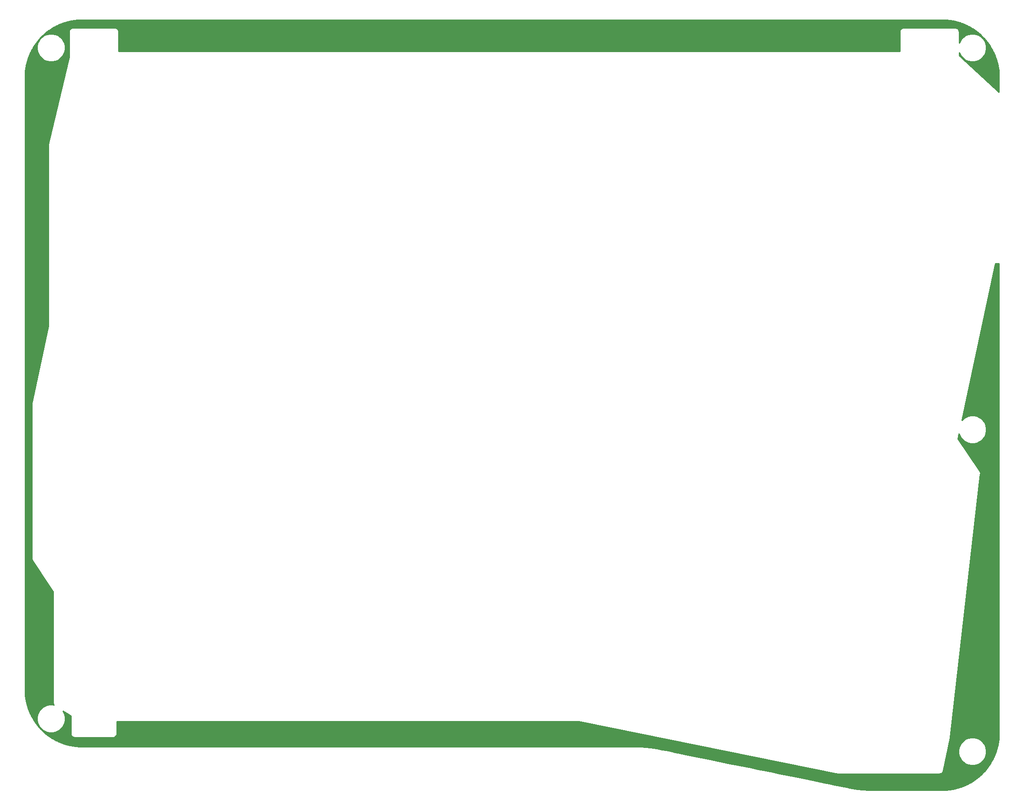
<source format=gtl>
G04 #@! TF.GenerationSoftware,KiCad,Pcbnew,(5.1.5-0-10_14)*
G04 #@! TF.CreationDate,2020-04-18T19:51:42+09:00*
G04 #@! TF.ProjectId,colice_left_MidFrame,636f6c69-6365-45f6-9c65-66745f4d6964,rev?*
G04 #@! TF.SameCoordinates,Original*
G04 #@! TF.FileFunction,Copper,L1,Top*
G04 #@! TF.FilePolarity,Positive*
%FSLAX46Y46*%
G04 Gerber Fmt 4.6, Leading zero omitted, Abs format (unit mm)*
G04 Created by KiCad (PCBNEW (5.1.5-0-10_14)) date 2020-04-18 19:51:42*
%MOMM*%
%LPD*%
G04 APERTURE LIST*
%ADD10C,0.254000*%
G04 APERTURE END LIST*
D10*
G36*
X195264836Y-14379279D02*
G01*
X195454186Y-14384232D01*
X195634391Y-14391951D01*
X195814065Y-14402568D01*
X196006900Y-14417220D01*
X196181336Y-14433387D01*
X196351269Y-14451811D01*
X196520864Y-14472848D01*
X196685641Y-14495834D01*
X196849851Y-14521253D01*
X197013619Y-14549120D01*
X197176843Y-14579412D01*
X197335054Y-14611195D01*
X197501466Y-14647218D01*
X197658496Y-14683670D01*
X197815100Y-14722429D01*
X197966532Y-14762221D01*
X198138623Y-14810228D01*
X198296125Y-14856792D01*
X198442606Y-14902386D01*
X198587637Y-14949728D01*
X198727785Y-14997590D01*
X198871457Y-15048832D01*
X199014235Y-15101975D01*
X199155479Y-15156759D01*
X199289866Y-15210954D01*
X199422605Y-15266500D01*
X199554669Y-15323785D01*
X199684938Y-15382298D01*
X199816503Y-15443459D01*
X199946267Y-15505845D01*
X200075271Y-15569938D01*
X200199553Y-15633675D01*
X200323150Y-15699039D01*
X200453586Y-15770201D01*
X200575358Y-15838702D01*
X200700294Y-15911102D01*
X200820452Y-15982802D01*
X200939869Y-16056119D01*
X201058401Y-16130966D01*
X201172455Y-16204987D01*
X201286617Y-16281089D01*
X201398947Y-16357983D01*
X201509583Y-16435722D01*
X201619997Y-16515337D01*
X201736772Y-16601809D01*
X201845326Y-16684344D01*
X201953105Y-16768404D01*
X202057305Y-16851734D01*
X202168242Y-16942738D01*
X202273056Y-17030957D01*
X202374457Y-17118438D01*
X202473949Y-17206378D01*
X202578367Y-17300991D01*
X202676779Y-17392404D01*
X202773463Y-17484405D01*
X202869836Y-17578344D01*
X202921731Y-17629887D01*
X203036556Y-17746396D01*
X203128718Y-17842423D01*
X203219728Y-17939559D01*
X203318341Y-18047496D01*
X203418341Y-18159930D01*
X203507367Y-18262658D01*
X203593703Y-18364762D01*
X203680869Y-18470436D01*
X203766631Y-18577058D01*
X203850993Y-18684627D01*
X203933967Y-18793151D01*
X204015454Y-18902486D01*
X204097524Y-19015514D01*
X204176153Y-19126681D01*
X204254003Y-19239674D01*
X204329845Y-19352701D01*
X204406531Y-19470122D01*
X204483991Y-19592115D01*
X204557552Y-19711315D01*
X204629601Y-19831431D01*
X204701652Y-19955102D01*
X204773139Y-20081546D01*
X204842514Y-20208072D01*
X204907566Y-20330385D01*
X204972198Y-20455685D01*
X205036569Y-20584509D01*
X205099103Y-20713822D01*
X205167434Y-20860212D01*
X205226402Y-20991203D01*
X205283742Y-21123117D01*
X205341066Y-21259879D01*
X205395293Y-21394202D01*
X205450132Y-21535437D01*
X205501873Y-21674203D01*
X205551794Y-21813751D01*
X205599799Y-21953803D01*
X205648610Y-22102844D01*
X205696275Y-22255715D01*
X205739890Y-22402885D01*
X205782372Y-22553942D01*
X205822675Y-22705440D01*
X205863980Y-22870431D01*
X205900796Y-23027379D01*
X205935123Y-23183890D01*
X205969138Y-23350819D01*
X205999215Y-23510609D01*
X206027503Y-23674198D01*
X206054024Y-23842732D01*
X206077359Y-24007265D01*
X206098788Y-24176806D01*
X206117603Y-24346653D01*
X206134194Y-24521276D01*
X206148358Y-24700820D01*
X206159606Y-24880520D01*
X206167954Y-25060757D01*
X206173478Y-25245815D01*
X206175949Y-25433246D01*
X206176079Y-25486037D01*
X206176079Y-28470971D01*
X198401719Y-21356200D01*
X198401719Y-20709752D01*
X198566475Y-21107508D01*
X198865787Y-21555461D01*
X199246739Y-21936413D01*
X199694692Y-22235725D01*
X200192430Y-22441895D01*
X200720826Y-22547000D01*
X201259574Y-22547000D01*
X201787970Y-22441895D01*
X202285708Y-22235725D01*
X202733661Y-21936413D01*
X203114613Y-21555461D01*
X203413925Y-21107508D01*
X203620095Y-20609770D01*
X203725200Y-20081374D01*
X203725200Y-19542626D01*
X203620095Y-19014230D01*
X203413925Y-18516492D01*
X203114613Y-18068539D01*
X202733661Y-17687587D01*
X202285708Y-17388275D01*
X201787970Y-17182105D01*
X201259574Y-17077000D01*
X200720826Y-17077000D01*
X200192430Y-17182105D01*
X199694692Y-17388275D01*
X199246739Y-17687587D01*
X198865787Y-18068539D01*
X198566475Y-18516492D01*
X198401719Y-18914248D01*
X198401719Y-16702626D01*
X198405275Y-16666521D01*
X198391084Y-16522436D01*
X198349056Y-16383888D01*
X198280806Y-16256201D01*
X198188957Y-16144283D01*
X198077039Y-16052434D01*
X197949352Y-15984184D01*
X197810804Y-15942156D01*
X197702824Y-15931521D01*
X197666719Y-15927965D01*
X197630614Y-15931521D01*
X187592403Y-15931521D01*
X187556298Y-15927965D01*
X187520193Y-15931521D01*
X187412213Y-15942156D01*
X187273665Y-15984184D01*
X187145978Y-16052434D01*
X187034060Y-16144283D01*
X186942211Y-16256201D01*
X186873961Y-16383888D01*
X186831933Y-16522436D01*
X186817742Y-16666521D01*
X186821298Y-16702626D01*
X186821299Y-20491178D01*
X34577241Y-20491178D01*
X34578543Y-16702756D01*
X34582112Y-16666521D01*
X34574886Y-16593154D01*
X34567970Y-16522686D01*
X34567934Y-16522567D01*
X34567921Y-16522436D01*
X34546531Y-16451924D01*
X34525990Y-16384123D01*
X34525930Y-16384012D01*
X34525893Y-16383888D01*
X34490699Y-16318044D01*
X34457783Y-16256413D01*
X34457706Y-16256320D01*
X34457643Y-16256201D01*
X34409742Y-16197834D01*
X34365973Y-16144463D01*
X34365877Y-16144384D01*
X34365794Y-16144283D01*
X34308346Y-16097137D01*
X34254087Y-16052576D01*
X34253978Y-16052518D01*
X34253876Y-16052434D01*
X34187825Y-16017129D01*
X34126423Y-15984282D01*
X34126306Y-15984246D01*
X34126189Y-15984184D01*
X34054787Y-15962524D01*
X33987889Y-15942206D01*
X33987766Y-15942194D01*
X33987641Y-15942156D01*
X33913350Y-15934839D01*
X33843809Y-15927966D01*
X33807586Y-15931521D01*
X25726305Y-15931521D01*
X25690187Y-15927966D01*
X25627354Y-15934158D01*
X25546148Y-15942156D01*
X25546126Y-15942163D01*
X25546103Y-15942165D01*
X25481087Y-15961892D01*
X25407600Y-15984184D01*
X25407577Y-15984196D01*
X25407558Y-15984202D01*
X25351640Y-16014095D01*
X25279913Y-16052434D01*
X25279893Y-16052450D01*
X25279875Y-16052460D01*
X25234631Y-16089596D01*
X25167995Y-16144283D01*
X25167978Y-16144304D01*
X25167963Y-16144316D01*
X25134895Y-16184615D01*
X25076146Y-16256201D01*
X25076133Y-16256225D01*
X25076121Y-16256240D01*
X25048159Y-16308562D01*
X25007896Y-16383888D01*
X25007888Y-16383914D01*
X25007879Y-16383931D01*
X24992495Y-16434657D01*
X24965868Y-16522436D01*
X24965865Y-16522465D01*
X24965860Y-16522482D01*
X24960284Y-16579130D01*
X24951677Y-16666521D01*
X24955236Y-16702652D01*
X24955541Y-21593534D01*
X20907048Y-38581846D01*
X20892497Y-38629814D01*
X20886755Y-38688114D01*
X20878828Y-38746137D01*
X20881862Y-38796161D01*
X20881863Y-74110747D01*
X17688600Y-89134567D01*
X17676623Y-89174155D01*
X17670072Y-89241166D01*
X17662600Y-89308052D01*
X17666115Y-89349258D01*
X17687999Y-119419770D01*
X17684469Y-119455351D01*
X17688052Y-119491990D01*
X17688052Y-119492513D01*
X17691539Y-119527650D01*
X17698559Y-119599446D01*
X17698713Y-119599956D01*
X17698766Y-119600486D01*
X17719752Y-119669489D01*
X17740489Y-119738023D01*
X17740738Y-119738489D01*
X17740894Y-119739003D01*
X17775074Y-119802837D01*
X17791569Y-119833750D01*
X17791858Y-119834184D01*
X17809237Y-119866640D01*
X17831940Y-119894263D01*
X21848191Y-125914236D01*
X21848192Y-147577250D01*
X21844977Y-147624624D01*
X21852828Y-147685342D01*
X21858827Y-147746248D01*
X21862099Y-147757033D01*
X21863544Y-147768211D01*
X21883087Y-147826223D01*
X21900855Y-147884796D01*
X21906167Y-147894735D01*
X21909766Y-147905417D01*
X21940251Y-147958501D01*
X21955623Y-147987260D01*
X21706974Y-147937800D01*
X21168226Y-147937800D01*
X20639830Y-148042905D01*
X20142092Y-148249075D01*
X19694139Y-148548387D01*
X19313187Y-148929339D01*
X19013875Y-149377292D01*
X18807705Y-149875030D01*
X18702600Y-150403426D01*
X18702600Y-150942174D01*
X18807705Y-151470570D01*
X19013875Y-151968308D01*
X19313187Y-152416261D01*
X19694139Y-152797213D01*
X20142092Y-153096525D01*
X20639830Y-153302695D01*
X21168226Y-153407800D01*
X21706974Y-153407800D01*
X22235370Y-153302695D01*
X22733108Y-153096525D01*
X23181061Y-152797213D01*
X23562013Y-152416261D01*
X23861325Y-151968308D01*
X24067495Y-151470570D01*
X24172600Y-150942174D01*
X24172600Y-150403426D01*
X24067495Y-149875030D01*
X23861325Y-149377292D01*
X23735717Y-149189307D01*
X25269099Y-150147738D01*
X25273536Y-153558443D01*
X25270027Y-153594075D01*
X25273630Y-153630661D01*
X25273631Y-153631135D01*
X25277117Y-153666060D01*
X25284218Y-153738160D01*
X25284360Y-153738627D01*
X25284407Y-153739101D01*
X25305137Y-153807120D01*
X25326246Y-153876708D01*
X25326476Y-153877137D01*
X25326615Y-153877595D01*
X25360286Y-153940393D01*
X25394496Y-154004395D01*
X25394805Y-154004772D01*
X25395031Y-154005193D01*
X25440334Y-154060248D01*
X25486345Y-154116313D01*
X25486721Y-154116622D01*
X25487025Y-154116991D01*
X25542214Y-154162164D01*
X25598263Y-154208162D01*
X25598692Y-154208391D01*
X25599063Y-154208695D01*
X25661979Y-154242219D01*
X25725950Y-154276412D01*
X25726417Y-154276554D01*
X25726838Y-154276778D01*
X25794932Y-154297337D01*
X25864498Y-154318440D01*
X25864983Y-154318488D01*
X25865441Y-154318626D01*
X25936566Y-154325538D01*
X25972478Y-154329075D01*
X25972962Y-154329075D01*
X26009543Y-154332630D01*
X26045161Y-154329075D01*
X33487534Y-154329075D01*
X33523639Y-154332631D01*
X33559744Y-154329075D01*
X33667724Y-154318440D01*
X33806272Y-154276412D01*
X33933959Y-154208162D01*
X34045877Y-154116313D01*
X34137726Y-154004395D01*
X34205976Y-153876708D01*
X34248004Y-153738160D01*
X34262195Y-153594075D01*
X34258639Y-153557970D01*
X34258639Y-151195792D01*
X124264384Y-151204487D01*
X174344533Y-161405403D01*
X174380872Y-161416426D01*
X174451285Y-161423361D01*
X174521564Y-161430609D01*
X174559367Y-161427061D01*
X194537553Y-161427061D01*
X194568806Y-161430553D01*
X194609751Y-161427061D01*
X194614582Y-161427061D01*
X194645783Y-161423988D01*
X194713063Y-161418250D01*
X194717724Y-161416902D01*
X194722562Y-161416426D01*
X194787291Y-161396791D01*
X194852150Y-161378040D01*
X194856459Y-161375809D01*
X194861110Y-161374398D01*
X194920771Y-161342509D01*
X194980719Y-161311468D01*
X194984508Y-161308440D01*
X194988797Y-161306148D01*
X195041079Y-161263241D01*
X195093831Y-161221093D01*
X195096960Y-161217381D01*
X195100715Y-161214299D01*
X195143602Y-161162041D01*
X195187138Y-161110387D01*
X195189482Y-161106136D01*
X195192564Y-161102381D01*
X195224433Y-161042759D01*
X195257054Y-160983605D01*
X195258524Y-160978979D01*
X195260814Y-160974694D01*
X195280447Y-160909973D01*
X195289907Y-160880196D01*
X195290908Y-160875488D01*
X195302842Y-160836146D01*
X195305926Y-160804836D01*
X196156305Y-156804226D01*
X198255200Y-156804226D01*
X198255200Y-157342974D01*
X198360305Y-157871370D01*
X198566475Y-158369108D01*
X198865787Y-158817061D01*
X199246739Y-159198013D01*
X199694692Y-159497325D01*
X200192430Y-159703495D01*
X200720826Y-159808600D01*
X201259574Y-159808600D01*
X201787970Y-159703495D01*
X202285708Y-159497325D01*
X202733661Y-159198013D01*
X203114613Y-158817061D01*
X203413925Y-158369108D01*
X203620095Y-157871370D01*
X203725200Y-157342974D01*
X203725200Y-156804226D01*
X203620095Y-156275830D01*
X203413925Y-155778092D01*
X203114613Y-155330139D01*
X202733661Y-154949187D01*
X202285708Y-154649875D01*
X201787970Y-154443705D01*
X201259574Y-154338600D01*
X200720826Y-154338600D01*
X200192430Y-154443705D01*
X199694692Y-154649875D01*
X199246739Y-154949187D01*
X198865787Y-155330139D01*
X198566475Y-155778092D01*
X198360305Y-156275830D01*
X198255200Y-156804226D01*
X196156305Y-156804226D01*
X196671575Y-154380141D01*
X196678938Y-154345896D01*
X196679035Y-154345044D01*
X196679214Y-154344203D01*
X196683113Y-154309309D01*
X202539704Y-102982059D01*
X202541707Y-102975373D01*
X202547904Y-102910188D01*
X202551212Y-102881199D01*
X202551319Y-102874271D01*
X202555410Y-102831240D01*
X202552434Y-102802042D01*
X202552887Y-102772710D01*
X202545113Y-102730207D01*
X202540730Y-102687204D01*
X202532116Y-102659149D01*
X202526837Y-102630290D01*
X202510920Y-102590120D01*
X202498232Y-102548799D01*
X202484309Y-102522962D01*
X202473502Y-102495689D01*
X202450056Y-102459399D01*
X202446760Y-102453283D01*
X202430427Y-102429017D01*
X202394933Y-102374080D01*
X202390079Y-102369074D01*
X198171566Y-96101759D01*
X198378739Y-95127075D01*
X198566475Y-95580308D01*
X198865787Y-96028261D01*
X199246739Y-96409213D01*
X199694692Y-96708525D01*
X200192430Y-96914695D01*
X200720826Y-97019800D01*
X201259574Y-97019800D01*
X201787970Y-96914695D01*
X202285708Y-96708525D01*
X202733661Y-96409213D01*
X203114613Y-96028261D01*
X203413925Y-95580308D01*
X203620095Y-95082570D01*
X203725200Y-94554174D01*
X203725200Y-94015426D01*
X203620095Y-93487030D01*
X203413925Y-92989292D01*
X203114613Y-92541339D01*
X202733661Y-92160387D01*
X202285708Y-91861075D01*
X201787970Y-91654905D01*
X201259574Y-91549800D01*
X200720826Y-91549800D01*
X200192430Y-91654905D01*
X199694692Y-91861075D01*
X199246739Y-92160387D01*
X198945235Y-92461891D01*
X205442325Y-61895143D01*
X206176079Y-61895143D01*
X206176080Y-153494575D01*
X206174287Y-153697882D01*
X206169579Y-153880874D01*
X206161692Y-154067975D01*
X206151046Y-154249588D01*
X206137871Y-154425994D01*
X206121953Y-154601698D01*
X206103866Y-154771799D01*
X206080853Y-154959320D01*
X206056750Y-155132318D01*
X206031415Y-155295772D01*
X206003697Y-155458512D01*
X205973587Y-155620655D01*
X205942088Y-155777401D01*
X205908345Y-155933568D01*
X205872467Y-156088725D01*
X205833296Y-156247503D01*
X205794211Y-156396648D01*
X205750627Y-156553706D01*
X205707399Y-156701220D01*
X205662128Y-156848083D01*
X205616260Y-156989920D01*
X205568504Y-157131044D01*
X205519003Y-157271074D01*
X205466045Y-157414600D01*
X205412865Y-157552880D01*
X205357820Y-157690464D01*
X205300999Y-157827140D01*
X205244163Y-157958904D01*
X205185641Y-158089877D01*
X205125550Y-158219804D01*
X205059959Y-158356792D01*
X204996614Y-158484691D01*
X204927576Y-158619545D01*
X204856782Y-158753290D01*
X204788504Y-158878246D01*
X204714237Y-159009987D01*
X204642683Y-159133077D01*
X204569528Y-159255291D01*
X204497138Y-159372825D01*
X204421038Y-159492962D01*
X204341011Y-159615749D01*
X204264292Y-159730233D01*
X204186202Y-159843697D01*
X204101661Y-159963238D01*
X204020756Y-160074608D01*
X203938470Y-160184982D01*
X203854980Y-160294132D01*
X203759324Y-160415853D01*
X203673036Y-160522747D01*
X203582758Y-160631764D01*
X203482465Y-160749663D01*
X203394972Y-160849871D01*
X203306137Y-160949201D01*
X203216070Y-161047519D01*
X203124864Y-161144731D01*
X203032697Y-161240647D01*
X202924023Y-161350876D01*
X202829475Y-161444337D01*
X202733573Y-161536904D01*
X202636643Y-161628253D01*
X202529052Y-161727144D01*
X202429875Y-161816042D01*
X202329523Y-161903857D01*
X202228173Y-161990432D01*
X202122409Y-162078583D01*
X202018981Y-162162680D01*
X201911189Y-162248172D01*
X201795501Y-162337557D01*
X201682132Y-162422838D01*
X201567720Y-162506642D01*
X201452076Y-162589108D01*
X201335378Y-162670104D01*
X201217600Y-162749639D01*
X201102373Y-162825357D01*
X200986233Y-162899629D01*
X200858001Y-162979308D01*
X200736158Y-163052806D01*
X200613179Y-163124854D01*
X200492997Y-163193236D01*
X200371808Y-163260204D01*
X200249829Y-163325628D01*
X200119150Y-163393566D01*
X199991583Y-163457776D01*
X199862908Y-163520472D01*
X199733284Y-163581566D01*
X199602898Y-163640965D01*
X199471566Y-163698748D01*
X199339522Y-163754805D01*
X199194286Y-163814143D01*
X199056537Y-163868214D01*
X198913629Y-163922073D01*
X198769955Y-163973957D01*
X198621156Y-164025335D01*
X198471436Y-164074650D01*
X198325197Y-164120537D01*
X198169271Y-164167017D01*
X198021147Y-164208866D01*
X197872087Y-164248738D01*
X197722426Y-164286526D01*
X197554544Y-164326281D01*
X197394689Y-164361573D01*
X197229337Y-164395473D01*
X197067728Y-164426076D01*
X196905244Y-164454342D01*
X196728521Y-164482269D01*
X196564481Y-164505584D01*
X196395147Y-164527039D01*
X196220410Y-164546423D01*
X196045211Y-164563060D01*
X195859816Y-164577644D01*
X195682994Y-164588676D01*
X195500622Y-164597125D01*
X195317607Y-164602629D01*
X195127163Y-164605230D01*
X195067653Y-164605391D01*
X181618226Y-164605391D01*
X181420270Y-164604540D01*
X181227995Y-164602090D01*
X181034378Y-164597997D01*
X180845192Y-164592417D01*
X180649986Y-164585020D01*
X180464232Y-164576440D01*
X180277411Y-164566284D01*
X180088288Y-164554447D01*
X179899281Y-164541051D01*
X179719526Y-164526853D01*
X179537696Y-164511044D01*
X179358064Y-164493995D01*
X179180903Y-164475780D01*
X179001618Y-164455932D01*
X178821420Y-164434541D01*
X178645835Y-164412307D01*
X178471516Y-164388869D01*
X178297429Y-164364103D01*
X178125684Y-164338336D01*
X177956228Y-164311604D01*
X177787086Y-164283627D01*
X177618343Y-164254418D01*
X177449485Y-164223889D01*
X177283143Y-164192535D01*
X177111936Y-164158940D01*
X177027509Y-164141877D01*
X176765916Y-164088512D01*
X176765860Y-164088500D01*
X176491610Y-164032552D01*
X176491608Y-164032552D01*
X175909320Y-163913764D01*
X175909237Y-163913746D01*
X175060006Y-163740498D01*
X175060000Y-163740497D01*
X174136707Y-163552138D01*
X174136679Y-163552132D01*
X173144766Y-163349772D01*
X173144738Y-163349766D01*
X172089731Y-163134533D01*
X172089675Y-163134521D01*
X170977114Y-162907544D01*
X170976978Y-162907515D01*
X169812136Y-162669871D01*
X169812128Y-162669870D01*
X168600668Y-162422713D01*
X168600640Y-162422707D01*
X167347973Y-162167142D01*
X166059629Y-161904297D01*
X164741126Y-161635299D01*
X164741098Y-161635293D01*
X163397866Y-161361247D01*
X162035422Y-161083281D01*
X160659256Y-160802515D01*
X160659248Y-160802514D01*
X159274856Y-160520068D01*
X159274848Y-160520067D01*
X157887741Y-160237067D01*
X157887713Y-160237061D01*
X156503313Y-159954611D01*
X155127146Y-159673841D01*
X153764703Y-159395870D01*
X151755342Y-158985911D01*
X149814593Y-158589948D01*
X148561985Y-158334384D01*
X148561930Y-158334372D01*
X146755660Y-157965842D01*
X146755652Y-157965841D01*
X145072920Y-157622514D01*
X145072892Y-157622508D01*
X144017828Y-157407242D01*
X143025945Y-157204866D01*
X143025889Y-157204854D01*
X142102559Y-157016463D01*
X142102553Y-157016462D01*
X141253359Y-156843196D01*
X141253331Y-156843190D01*
X140483693Y-156686155D01*
X140134093Y-156614824D01*
X140133953Y-156614809D01*
X140131386Y-156614277D01*
X139953222Y-156578621D01*
X139953035Y-156578602D01*
X139947776Y-156577553D01*
X139776243Y-156544570D01*
X139776060Y-156544553D01*
X139770927Y-156543568D01*
X139600329Y-156512065D01*
X139600141Y-156512049D01*
X139595030Y-156511107D01*
X139424228Y-156480859D01*
X139424050Y-156480845D01*
X139418866Y-156479929D01*
X139244426Y-156450367D01*
X139244235Y-156450354D01*
X139239036Y-156449475D01*
X139066696Y-156421585D01*
X139066514Y-156421574D01*
X139061274Y-156420728D01*
X138884152Y-156393420D01*
X138883969Y-156393410D01*
X138878670Y-156392596D01*
X138702512Y-156366795D01*
X138702326Y-156366786D01*
X138696970Y-156366005D01*
X138516024Y-156340909D01*
X138515843Y-156340902D01*
X138510188Y-156340123D01*
X138316373Y-156314823D01*
X138316186Y-156314817D01*
X138310584Y-156314091D01*
X138130435Y-156292028D01*
X138130255Y-156292024D01*
X138124654Y-156291343D01*
X137932788Y-156269386D01*
X137932602Y-156269383D01*
X137926993Y-156268746D01*
X137745375Y-156249420D01*
X137745188Y-156249418D01*
X137739655Y-156248834D01*
X137553258Y-156230473D01*
X137553069Y-156230473D01*
X137547467Y-156229926D01*
X137359773Y-156212936D01*
X137359590Y-156212937D01*
X137353973Y-156212434D01*
X137168463Y-156197122D01*
X137168282Y-156197125D01*
X137162562Y-156196659D01*
X136967648Y-156182150D01*
X136967472Y-156182154D01*
X136961594Y-156181724D01*
X136766554Y-156168824D01*
X136766368Y-156168830D01*
X136760541Y-156168451D01*
X136567713Y-156157284D01*
X136567527Y-156157291D01*
X136561735Y-156156963D01*
X136369968Y-156147424D01*
X136369791Y-156147433D01*
X136363861Y-156147145D01*
X136161534Y-156138767D01*
X136161349Y-156138777D01*
X136155375Y-156138538D01*
X135961104Y-156132125D01*
X135960923Y-156132137D01*
X135954917Y-156131947D01*
X135750100Y-156126912D01*
X135749921Y-156126925D01*
X135743741Y-156126783D01*
X135538854Y-156123520D01*
X135538676Y-156123535D01*
X135532490Y-156123446D01*
X135327546Y-156121957D01*
X135327363Y-156121974D01*
X135323279Y-156121939D01*
X135253403Y-156121837D01*
X135253340Y-156121843D01*
X135252330Y-156121836D01*
X27479574Y-156121836D01*
X27290345Y-156120279D01*
X27097792Y-156115479D01*
X26915525Y-156107903D01*
X26729250Y-156097095D01*
X26548351Y-156083620D01*
X26372735Y-156067710D01*
X26202347Y-156049593D01*
X26032777Y-156028920D01*
X25859456Y-156005051D01*
X25691608Y-155979270D01*
X25520135Y-155950202D01*
X25345082Y-155917658D01*
X25188734Y-155886114D01*
X25019675Y-155849343D01*
X24864831Y-155813219D01*
X24701899Y-155772652D01*
X24552935Y-155733241D01*
X24400355Y-155690550D01*
X24248616Y-155645734D01*
X24102064Y-155600184D01*
X23952000Y-155551208D01*
X23811357Y-155503130D01*
X23671276Y-155453124D01*
X23532255Y-155401372D01*
X23389878Y-155346145D01*
X23252571Y-155290720D01*
X23120211Y-155235246D01*
X22984662Y-155176318D01*
X22846189Y-155113871D01*
X22708847Y-155049651D01*
X22568550Y-154981656D01*
X22437279Y-154915800D01*
X22295139Y-154842008D01*
X22169589Y-154774636D01*
X22044694Y-154705529D01*
X21924632Y-154637096D01*
X21801701Y-154564951D01*
X21679855Y-154491324D01*
X21559011Y-154416174D01*
X21439358Y-154339623D01*
X21313508Y-154256754D01*
X21188952Y-154172300D01*
X21069012Y-154088621D01*
X20957241Y-154008505D01*
X20839535Y-153921848D01*
X20719504Y-153830992D01*
X20611196Y-153746790D01*
X20493493Y-153652825D01*
X20390547Y-153568481D01*
X20288348Y-153482685D01*
X20187217Y-153395710D01*
X20087244Y-153307632D01*
X19988329Y-153218367D01*
X19881021Y-153119071D01*
X19784476Y-153027468D01*
X19688812Y-152934512D01*
X19594366Y-152840521D01*
X19501072Y-152745436D01*
X19406058Y-152646227D01*
X19303439Y-152536278D01*
X19213826Y-152437793D01*
X19125348Y-152338193D01*
X19035185Y-152234184D01*
X18949078Y-152132389D01*
X18864173Y-152029543D01*
X18777916Y-151922443D01*
X18687651Y-151807408D01*
X18604169Y-151698183D01*
X18519376Y-151584313D01*
X18436050Y-151469386D01*
X18354106Y-151353282D01*
X18276093Y-151239745D01*
X18199395Y-151125107D01*
X18124122Y-151009522D01*
X18047962Y-150889288D01*
X17975562Y-150771736D01*
X17902357Y-150649444D01*
X17832872Y-150529962D01*
X17764884Y-150409628D01*
X17694188Y-150280651D01*
X17625258Y-150150847D01*
X17559922Y-150023816D01*
X17494308Y-149892028D01*
X17430354Y-149759174D01*
X17369974Y-149629401D01*
X17309465Y-149494743D01*
X17250625Y-149358970D01*
X17195359Y-149226686D01*
X17136869Y-149081140D01*
X17082029Y-148938953D01*
X17027535Y-148791526D01*
X16977969Y-148651490D01*
X16928850Y-148506428D01*
X16880355Y-148356260D01*
X16835258Y-148209562D01*
X16790893Y-148057617D01*
X16748657Y-147904846D01*
X16709676Y-147755619D01*
X16671643Y-147601077D01*
X16634870Y-147441626D01*
X16600351Y-147281091D01*
X16569053Y-147124396D01*
X16538363Y-146957863D01*
X16510910Y-146795135D01*
X16485164Y-146627074D01*
X16461369Y-146453799D01*
X16440758Y-146284151D01*
X16422716Y-146113843D01*
X16406495Y-145933618D01*
X16393163Y-145752730D01*
X16382733Y-145571039D01*
X16375066Y-145383960D01*
X16370570Y-145200689D01*
X16369019Y-145011360D01*
X16369019Y-25488129D01*
X16370622Y-25297624D01*
X16375732Y-25099335D01*
X16383674Y-24914757D01*
X16394296Y-24736029D01*
X16407598Y-24559954D01*
X16424473Y-24376329D01*
X16442822Y-24206483D01*
X16463786Y-24036950D01*
X16486706Y-23872183D01*
X16512072Y-23707902D01*
X16539890Y-23544039D01*
X16569284Y-23385150D01*
X16600969Y-23226791D01*
X16635919Y-23064578D01*
X16671233Y-22911536D01*
X16708684Y-22759098D01*
X16748305Y-22607124D01*
X16788830Y-22460122D01*
X16833863Y-22305328D01*
X16881119Y-22151261D01*
X16927482Y-22007357D01*
X16979428Y-21853591D01*
X17030212Y-21709996D01*
X17082986Y-21567043D01*
X17137770Y-21424700D01*
X17192845Y-21287164D01*
X17248041Y-21154414D01*
X17306787Y-21018199D01*
X17365485Y-20886871D01*
X17425886Y-20756306D01*
X17489955Y-20622453D01*
X17552341Y-20496362D01*
X17619375Y-20365174D01*
X17685071Y-20240625D01*
X17751920Y-20117674D01*
X17819751Y-19996564D01*
X17889113Y-19876274D01*
X17961188Y-19754850D01*
X18034201Y-19635312D01*
X18092424Y-19542626D01*
X18702600Y-19542626D01*
X18702600Y-20081374D01*
X18807705Y-20609770D01*
X19013875Y-21107508D01*
X19313187Y-21555461D01*
X19694139Y-21936413D01*
X20142092Y-22235725D01*
X20639830Y-22441895D01*
X21168226Y-22547000D01*
X21706974Y-22547000D01*
X22235370Y-22441895D01*
X22733108Y-22235725D01*
X23181061Y-21936413D01*
X23562013Y-21555461D01*
X23861325Y-21107508D01*
X24067495Y-20609770D01*
X24172600Y-20081374D01*
X24172600Y-19542626D01*
X24067495Y-19014230D01*
X23861325Y-18516492D01*
X23562013Y-18068539D01*
X23181061Y-17687587D01*
X22733108Y-17388275D01*
X22235370Y-17182105D01*
X21706974Y-17077000D01*
X21168226Y-17077000D01*
X20639830Y-17182105D01*
X20142092Y-17388275D01*
X19694139Y-17687587D01*
X19313187Y-18068539D01*
X19013875Y-18516492D01*
X18807705Y-19014230D01*
X18702600Y-19542626D01*
X18092424Y-19542626D01*
X18108209Y-19517499D01*
X18182546Y-19402374D01*
X18257625Y-19289174D01*
X18339198Y-19169494D01*
X18419763Y-19054495D01*
X18504517Y-18936764D01*
X18585471Y-18827266D01*
X18670689Y-18714964D01*
X18754604Y-18607200D01*
X18841928Y-18497897D01*
X18934963Y-18384473D01*
X19023123Y-18279746D01*
X19112709Y-18175957D01*
X19203807Y-18073018D01*
X19293169Y-17974481D01*
X19383938Y-17876776D01*
X19475898Y-17780136D01*
X19569886Y-17683712D01*
X19621540Y-17631713D01*
X19728484Y-17526171D01*
X19824524Y-17433772D01*
X19921569Y-17342624D01*
X20029654Y-17243635D01*
X20128598Y-17155277D01*
X20235420Y-17062235D01*
X20339929Y-16973491D01*
X20444526Y-16886859D01*
X20548412Y-16802920D01*
X20655820Y-16718279D01*
X20764155Y-16635048D01*
X20873331Y-16553289D01*
X20983425Y-16472933D01*
X21098012Y-16391469D01*
X21213541Y-16311516D01*
X21327257Y-16234906D01*
X21443745Y-16158516D01*
X21558285Y-16085419D01*
X21674589Y-16013191D01*
X21793513Y-15941368D01*
X21918018Y-15868325D01*
X22043360Y-15796962D01*
X22165755Y-15729339D01*
X22292727Y-15661289D01*
X22424543Y-15592859D01*
X22549236Y-15530168D01*
X22678736Y-15467117D01*
X22808910Y-15405810D01*
X22943948Y-15344372D01*
X23075674Y-15286518D01*
X23208207Y-15230347D01*
X23341313Y-15175954D01*
X23479286Y-15121678D01*
X23617863Y-15069286D01*
X23761261Y-15017279D01*
X23901162Y-14968669D01*
X24050020Y-14919229D01*
X24195401Y-14873178D01*
X24341366Y-14829141D01*
X24492251Y-14785902D01*
X24643743Y-14744793D01*
X24795739Y-14705848D01*
X24952601Y-14668040D01*
X25110094Y-14632495D01*
X25268006Y-14599261D01*
X25435206Y-14566674D01*
X25598600Y-14537387D01*
X25762518Y-14510529D01*
X25925872Y-14486261D01*
X26093083Y-14463984D01*
X26261648Y-14444138D01*
X26431790Y-14426748D01*
X26611103Y-14411280D01*
X26786389Y-14398985D01*
X26966201Y-14389263D01*
X27164331Y-14381929D01*
X27350309Y-14378254D01*
X27478654Y-14377522D01*
X195065246Y-14377522D01*
X195264836Y-14379279D01*
G37*
X195264836Y-14379279D02*
X195454186Y-14384232D01*
X195634391Y-14391951D01*
X195814065Y-14402568D01*
X196006900Y-14417220D01*
X196181336Y-14433387D01*
X196351269Y-14451811D01*
X196520864Y-14472848D01*
X196685641Y-14495834D01*
X196849851Y-14521253D01*
X197013619Y-14549120D01*
X197176843Y-14579412D01*
X197335054Y-14611195D01*
X197501466Y-14647218D01*
X197658496Y-14683670D01*
X197815100Y-14722429D01*
X197966532Y-14762221D01*
X198138623Y-14810228D01*
X198296125Y-14856792D01*
X198442606Y-14902386D01*
X198587637Y-14949728D01*
X198727785Y-14997590D01*
X198871457Y-15048832D01*
X199014235Y-15101975D01*
X199155479Y-15156759D01*
X199289866Y-15210954D01*
X199422605Y-15266500D01*
X199554669Y-15323785D01*
X199684938Y-15382298D01*
X199816503Y-15443459D01*
X199946267Y-15505845D01*
X200075271Y-15569938D01*
X200199553Y-15633675D01*
X200323150Y-15699039D01*
X200453586Y-15770201D01*
X200575358Y-15838702D01*
X200700294Y-15911102D01*
X200820452Y-15982802D01*
X200939869Y-16056119D01*
X201058401Y-16130966D01*
X201172455Y-16204987D01*
X201286617Y-16281089D01*
X201398947Y-16357983D01*
X201509583Y-16435722D01*
X201619997Y-16515337D01*
X201736772Y-16601809D01*
X201845326Y-16684344D01*
X201953105Y-16768404D01*
X202057305Y-16851734D01*
X202168242Y-16942738D01*
X202273056Y-17030957D01*
X202374457Y-17118438D01*
X202473949Y-17206378D01*
X202578367Y-17300991D01*
X202676779Y-17392404D01*
X202773463Y-17484405D01*
X202869836Y-17578344D01*
X202921731Y-17629887D01*
X203036556Y-17746396D01*
X203128718Y-17842423D01*
X203219728Y-17939559D01*
X203318341Y-18047496D01*
X203418341Y-18159930D01*
X203507367Y-18262658D01*
X203593703Y-18364762D01*
X203680869Y-18470436D01*
X203766631Y-18577058D01*
X203850993Y-18684627D01*
X203933967Y-18793151D01*
X204015454Y-18902486D01*
X204097524Y-19015514D01*
X204176153Y-19126681D01*
X204254003Y-19239674D01*
X204329845Y-19352701D01*
X204406531Y-19470122D01*
X204483991Y-19592115D01*
X204557552Y-19711315D01*
X204629601Y-19831431D01*
X204701652Y-19955102D01*
X204773139Y-20081546D01*
X204842514Y-20208072D01*
X204907566Y-20330385D01*
X204972198Y-20455685D01*
X205036569Y-20584509D01*
X205099103Y-20713822D01*
X205167434Y-20860212D01*
X205226402Y-20991203D01*
X205283742Y-21123117D01*
X205341066Y-21259879D01*
X205395293Y-21394202D01*
X205450132Y-21535437D01*
X205501873Y-21674203D01*
X205551794Y-21813751D01*
X205599799Y-21953803D01*
X205648610Y-22102844D01*
X205696275Y-22255715D01*
X205739890Y-22402885D01*
X205782372Y-22553942D01*
X205822675Y-22705440D01*
X205863980Y-22870431D01*
X205900796Y-23027379D01*
X205935123Y-23183890D01*
X205969138Y-23350819D01*
X205999215Y-23510609D01*
X206027503Y-23674198D01*
X206054024Y-23842732D01*
X206077359Y-24007265D01*
X206098788Y-24176806D01*
X206117603Y-24346653D01*
X206134194Y-24521276D01*
X206148358Y-24700820D01*
X206159606Y-24880520D01*
X206167954Y-25060757D01*
X206173478Y-25245815D01*
X206175949Y-25433246D01*
X206176079Y-25486037D01*
X206176079Y-28470971D01*
X198401719Y-21356200D01*
X198401719Y-20709752D01*
X198566475Y-21107508D01*
X198865787Y-21555461D01*
X199246739Y-21936413D01*
X199694692Y-22235725D01*
X200192430Y-22441895D01*
X200720826Y-22547000D01*
X201259574Y-22547000D01*
X201787970Y-22441895D01*
X202285708Y-22235725D01*
X202733661Y-21936413D01*
X203114613Y-21555461D01*
X203413925Y-21107508D01*
X203620095Y-20609770D01*
X203725200Y-20081374D01*
X203725200Y-19542626D01*
X203620095Y-19014230D01*
X203413925Y-18516492D01*
X203114613Y-18068539D01*
X202733661Y-17687587D01*
X202285708Y-17388275D01*
X201787970Y-17182105D01*
X201259574Y-17077000D01*
X200720826Y-17077000D01*
X200192430Y-17182105D01*
X199694692Y-17388275D01*
X199246739Y-17687587D01*
X198865787Y-18068539D01*
X198566475Y-18516492D01*
X198401719Y-18914248D01*
X198401719Y-16702626D01*
X198405275Y-16666521D01*
X198391084Y-16522436D01*
X198349056Y-16383888D01*
X198280806Y-16256201D01*
X198188957Y-16144283D01*
X198077039Y-16052434D01*
X197949352Y-15984184D01*
X197810804Y-15942156D01*
X197702824Y-15931521D01*
X197666719Y-15927965D01*
X197630614Y-15931521D01*
X187592403Y-15931521D01*
X187556298Y-15927965D01*
X187520193Y-15931521D01*
X187412213Y-15942156D01*
X187273665Y-15984184D01*
X187145978Y-16052434D01*
X187034060Y-16144283D01*
X186942211Y-16256201D01*
X186873961Y-16383888D01*
X186831933Y-16522436D01*
X186817742Y-16666521D01*
X186821298Y-16702626D01*
X186821299Y-20491178D01*
X34577241Y-20491178D01*
X34578543Y-16702756D01*
X34582112Y-16666521D01*
X34574886Y-16593154D01*
X34567970Y-16522686D01*
X34567934Y-16522567D01*
X34567921Y-16522436D01*
X34546531Y-16451924D01*
X34525990Y-16384123D01*
X34525930Y-16384012D01*
X34525893Y-16383888D01*
X34490699Y-16318044D01*
X34457783Y-16256413D01*
X34457706Y-16256320D01*
X34457643Y-16256201D01*
X34409742Y-16197834D01*
X34365973Y-16144463D01*
X34365877Y-16144384D01*
X34365794Y-16144283D01*
X34308346Y-16097137D01*
X34254087Y-16052576D01*
X34253978Y-16052518D01*
X34253876Y-16052434D01*
X34187825Y-16017129D01*
X34126423Y-15984282D01*
X34126306Y-15984246D01*
X34126189Y-15984184D01*
X34054787Y-15962524D01*
X33987889Y-15942206D01*
X33987766Y-15942194D01*
X33987641Y-15942156D01*
X33913350Y-15934839D01*
X33843809Y-15927966D01*
X33807586Y-15931521D01*
X25726305Y-15931521D01*
X25690187Y-15927966D01*
X25627354Y-15934158D01*
X25546148Y-15942156D01*
X25546126Y-15942163D01*
X25546103Y-15942165D01*
X25481087Y-15961892D01*
X25407600Y-15984184D01*
X25407577Y-15984196D01*
X25407558Y-15984202D01*
X25351640Y-16014095D01*
X25279913Y-16052434D01*
X25279893Y-16052450D01*
X25279875Y-16052460D01*
X25234631Y-16089596D01*
X25167995Y-16144283D01*
X25167978Y-16144304D01*
X25167963Y-16144316D01*
X25134895Y-16184615D01*
X25076146Y-16256201D01*
X25076133Y-16256225D01*
X25076121Y-16256240D01*
X25048159Y-16308562D01*
X25007896Y-16383888D01*
X25007888Y-16383914D01*
X25007879Y-16383931D01*
X24992495Y-16434657D01*
X24965868Y-16522436D01*
X24965865Y-16522465D01*
X24965860Y-16522482D01*
X24960284Y-16579130D01*
X24951677Y-16666521D01*
X24955236Y-16702652D01*
X24955541Y-21593534D01*
X20907048Y-38581846D01*
X20892497Y-38629814D01*
X20886755Y-38688114D01*
X20878828Y-38746137D01*
X20881862Y-38796161D01*
X20881863Y-74110747D01*
X17688600Y-89134567D01*
X17676623Y-89174155D01*
X17670072Y-89241166D01*
X17662600Y-89308052D01*
X17666115Y-89349258D01*
X17687999Y-119419770D01*
X17684469Y-119455351D01*
X17688052Y-119491990D01*
X17688052Y-119492513D01*
X17691539Y-119527650D01*
X17698559Y-119599446D01*
X17698713Y-119599956D01*
X17698766Y-119600486D01*
X17719752Y-119669489D01*
X17740489Y-119738023D01*
X17740738Y-119738489D01*
X17740894Y-119739003D01*
X17775074Y-119802837D01*
X17791569Y-119833750D01*
X17791858Y-119834184D01*
X17809237Y-119866640D01*
X17831940Y-119894263D01*
X21848191Y-125914236D01*
X21848192Y-147577250D01*
X21844977Y-147624624D01*
X21852828Y-147685342D01*
X21858827Y-147746248D01*
X21862099Y-147757033D01*
X21863544Y-147768211D01*
X21883087Y-147826223D01*
X21900855Y-147884796D01*
X21906167Y-147894735D01*
X21909766Y-147905417D01*
X21940251Y-147958501D01*
X21955623Y-147987260D01*
X21706974Y-147937800D01*
X21168226Y-147937800D01*
X20639830Y-148042905D01*
X20142092Y-148249075D01*
X19694139Y-148548387D01*
X19313187Y-148929339D01*
X19013875Y-149377292D01*
X18807705Y-149875030D01*
X18702600Y-150403426D01*
X18702600Y-150942174D01*
X18807705Y-151470570D01*
X19013875Y-151968308D01*
X19313187Y-152416261D01*
X19694139Y-152797213D01*
X20142092Y-153096525D01*
X20639830Y-153302695D01*
X21168226Y-153407800D01*
X21706974Y-153407800D01*
X22235370Y-153302695D01*
X22733108Y-153096525D01*
X23181061Y-152797213D01*
X23562013Y-152416261D01*
X23861325Y-151968308D01*
X24067495Y-151470570D01*
X24172600Y-150942174D01*
X24172600Y-150403426D01*
X24067495Y-149875030D01*
X23861325Y-149377292D01*
X23735717Y-149189307D01*
X25269099Y-150147738D01*
X25273536Y-153558443D01*
X25270027Y-153594075D01*
X25273630Y-153630661D01*
X25273631Y-153631135D01*
X25277117Y-153666060D01*
X25284218Y-153738160D01*
X25284360Y-153738627D01*
X25284407Y-153739101D01*
X25305137Y-153807120D01*
X25326246Y-153876708D01*
X25326476Y-153877137D01*
X25326615Y-153877595D01*
X25360286Y-153940393D01*
X25394496Y-154004395D01*
X25394805Y-154004772D01*
X25395031Y-154005193D01*
X25440334Y-154060248D01*
X25486345Y-154116313D01*
X25486721Y-154116622D01*
X25487025Y-154116991D01*
X25542214Y-154162164D01*
X25598263Y-154208162D01*
X25598692Y-154208391D01*
X25599063Y-154208695D01*
X25661979Y-154242219D01*
X25725950Y-154276412D01*
X25726417Y-154276554D01*
X25726838Y-154276778D01*
X25794932Y-154297337D01*
X25864498Y-154318440D01*
X25864983Y-154318488D01*
X25865441Y-154318626D01*
X25936566Y-154325538D01*
X25972478Y-154329075D01*
X25972962Y-154329075D01*
X26009543Y-154332630D01*
X26045161Y-154329075D01*
X33487534Y-154329075D01*
X33523639Y-154332631D01*
X33559744Y-154329075D01*
X33667724Y-154318440D01*
X33806272Y-154276412D01*
X33933959Y-154208162D01*
X34045877Y-154116313D01*
X34137726Y-154004395D01*
X34205976Y-153876708D01*
X34248004Y-153738160D01*
X34262195Y-153594075D01*
X34258639Y-153557970D01*
X34258639Y-151195792D01*
X124264384Y-151204487D01*
X174344533Y-161405403D01*
X174380872Y-161416426D01*
X174451285Y-161423361D01*
X174521564Y-161430609D01*
X174559367Y-161427061D01*
X194537553Y-161427061D01*
X194568806Y-161430553D01*
X194609751Y-161427061D01*
X194614582Y-161427061D01*
X194645783Y-161423988D01*
X194713063Y-161418250D01*
X194717724Y-161416902D01*
X194722562Y-161416426D01*
X194787291Y-161396791D01*
X194852150Y-161378040D01*
X194856459Y-161375809D01*
X194861110Y-161374398D01*
X194920771Y-161342509D01*
X194980719Y-161311468D01*
X194984508Y-161308440D01*
X194988797Y-161306148D01*
X195041079Y-161263241D01*
X195093831Y-161221093D01*
X195096960Y-161217381D01*
X195100715Y-161214299D01*
X195143602Y-161162041D01*
X195187138Y-161110387D01*
X195189482Y-161106136D01*
X195192564Y-161102381D01*
X195224433Y-161042759D01*
X195257054Y-160983605D01*
X195258524Y-160978979D01*
X195260814Y-160974694D01*
X195280447Y-160909973D01*
X195289907Y-160880196D01*
X195290908Y-160875488D01*
X195302842Y-160836146D01*
X195305926Y-160804836D01*
X196156305Y-156804226D01*
X198255200Y-156804226D01*
X198255200Y-157342974D01*
X198360305Y-157871370D01*
X198566475Y-158369108D01*
X198865787Y-158817061D01*
X199246739Y-159198013D01*
X199694692Y-159497325D01*
X200192430Y-159703495D01*
X200720826Y-159808600D01*
X201259574Y-159808600D01*
X201787970Y-159703495D01*
X202285708Y-159497325D01*
X202733661Y-159198013D01*
X203114613Y-158817061D01*
X203413925Y-158369108D01*
X203620095Y-157871370D01*
X203725200Y-157342974D01*
X203725200Y-156804226D01*
X203620095Y-156275830D01*
X203413925Y-155778092D01*
X203114613Y-155330139D01*
X202733661Y-154949187D01*
X202285708Y-154649875D01*
X201787970Y-154443705D01*
X201259574Y-154338600D01*
X200720826Y-154338600D01*
X200192430Y-154443705D01*
X199694692Y-154649875D01*
X199246739Y-154949187D01*
X198865787Y-155330139D01*
X198566475Y-155778092D01*
X198360305Y-156275830D01*
X198255200Y-156804226D01*
X196156305Y-156804226D01*
X196671575Y-154380141D01*
X196678938Y-154345896D01*
X196679035Y-154345044D01*
X196679214Y-154344203D01*
X196683113Y-154309309D01*
X202539704Y-102982059D01*
X202541707Y-102975373D01*
X202547904Y-102910188D01*
X202551212Y-102881199D01*
X202551319Y-102874271D01*
X202555410Y-102831240D01*
X202552434Y-102802042D01*
X202552887Y-102772710D01*
X202545113Y-102730207D01*
X202540730Y-102687204D01*
X202532116Y-102659149D01*
X202526837Y-102630290D01*
X202510920Y-102590120D01*
X202498232Y-102548799D01*
X202484309Y-102522962D01*
X202473502Y-102495689D01*
X202450056Y-102459399D01*
X202446760Y-102453283D01*
X202430427Y-102429017D01*
X202394933Y-102374080D01*
X202390079Y-102369074D01*
X198171566Y-96101759D01*
X198378739Y-95127075D01*
X198566475Y-95580308D01*
X198865787Y-96028261D01*
X199246739Y-96409213D01*
X199694692Y-96708525D01*
X200192430Y-96914695D01*
X200720826Y-97019800D01*
X201259574Y-97019800D01*
X201787970Y-96914695D01*
X202285708Y-96708525D01*
X202733661Y-96409213D01*
X203114613Y-96028261D01*
X203413925Y-95580308D01*
X203620095Y-95082570D01*
X203725200Y-94554174D01*
X203725200Y-94015426D01*
X203620095Y-93487030D01*
X203413925Y-92989292D01*
X203114613Y-92541339D01*
X202733661Y-92160387D01*
X202285708Y-91861075D01*
X201787970Y-91654905D01*
X201259574Y-91549800D01*
X200720826Y-91549800D01*
X200192430Y-91654905D01*
X199694692Y-91861075D01*
X199246739Y-92160387D01*
X198945235Y-92461891D01*
X205442325Y-61895143D01*
X206176079Y-61895143D01*
X206176080Y-153494575D01*
X206174287Y-153697882D01*
X206169579Y-153880874D01*
X206161692Y-154067975D01*
X206151046Y-154249588D01*
X206137871Y-154425994D01*
X206121953Y-154601698D01*
X206103866Y-154771799D01*
X206080853Y-154959320D01*
X206056750Y-155132318D01*
X206031415Y-155295772D01*
X206003697Y-155458512D01*
X205973587Y-155620655D01*
X205942088Y-155777401D01*
X205908345Y-155933568D01*
X205872467Y-156088725D01*
X205833296Y-156247503D01*
X205794211Y-156396648D01*
X205750627Y-156553706D01*
X205707399Y-156701220D01*
X205662128Y-156848083D01*
X205616260Y-156989920D01*
X205568504Y-157131044D01*
X205519003Y-157271074D01*
X205466045Y-157414600D01*
X205412865Y-157552880D01*
X205357820Y-157690464D01*
X205300999Y-157827140D01*
X205244163Y-157958904D01*
X205185641Y-158089877D01*
X205125550Y-158219804D01*
X205059959Y-158356792D01*
X204996614Y-158484691D01*
X204927576Y-158619545D01*
X204856782Y-158753290D01*
X204788504Y-158878246D01*
X204714237Y-159009987D01*
X204642683Y-159133077D01*
X204569528Y-159255291D01*
X204497138Y-159372825D01*
X204421038Y-159492962D01*
X204341011Y-159615749D01*
X204264292Y-159730233D01*
X204186202Y-159843697D01*
X204101661Y-159963238D01*
X204020756Y-160074608D01*
X203938470Y-160184982D01*
X203854980Y-160294132D01*
X203759324Y-160415853D01*
X203673036Y-160522747D01*
X203582758Y-160631764D01*
X203482465Y-160749663D01*
X203394972Y-160849871D01*
X203306137Y-160949201D01*
X203216070Y-161047519D01*
X203124864Y-161144731D01*
X203032697Y-161240647D01*
X202924023Y-161350876D01*
X202829475Y-161444337D01*
X202733573Y-161536904D01*
X202636643Y-161628253D01*
X202529052Y-161727144D01*
X202429875Y-161816042D01*
X202329523Y-161903857D01*
X202228173Y-161990432D01*
X202122409Y-162078583D01*
X202018981Y-162162680D01*
X201911189Y-162248172D01*
X201795501Y-162337557D01*
X201682132Y-162422838D01*
X201567720Y-162506642D01*
X201452076Y-162589108D01*
X201335378Y-162670104D01*
X201217600Y-162749639D01*
X201102373Y-162825357D01*
X200986233Y-162899629D01*
X200858001Y-162979308D01*
X200736158Y-163052806D01*
X200613179Y-163124854D01*
X200492997Y-163193236D01*
X200371808Y-163260204D01*
X200249829Y-163325628D01*
X200119150Y-163393566D01*
X199991583Y-163457776D01*
X199862908Y-163520472D01*
X199733284Y-163581566D01*
X199602898Y-163640965D01*
X199471566Y-163698748D01*
X199339522Y-163754805D01*
X199194286Y-163814143D01*
X199056537Y-163868214D01*
X198913629Y-163922073D01*
X198769955Y-163973957D01*
X198621156Y-164025335D01*
X198471436Y-164074650D01*
X198325197Y-164120537D01*
X198169271Y-164167017D01*
X198021147Y-164208866D01*
X197872087Y-164248738D01*
X197722426Y-164286526D01*
X197554544Y-164326281D01*
X197394689Y-164361573D01*
X197229337Y-164395473D01*
X197067728Y-164426076D01*
X196905244Y-164454342D01*
X196728521Y-164482269D01*
X196564481Y-164505584D01*
X196395147Y-164527039D01*
X196220410Y-164546423D01*
X196045211Y-164563060D01*
X195859816Y-164577644D01*
X195682994Y-164588676D01*
X195500622Y-164597125D01*
X195317607Y-164602629D01*
X195127163Y-164605230D01*
X195067653Y-164605391D01*
X181618226Y-164605391D01*
X181420270Y-164604540D01*
X181227995Y-164602090D01*
X181034378Y-164597997D01*
X180845192Y-164592417D01*
X180649986Y-164585020D01*
X180464232Y-164576440D01*
X180277411Y-164566284D01*
X180088288Y-164554447D01*
X179899281Y-164541051D01*
X179719526Y-164526853D01*
X179537696Y-164511044D01*
X179358064Y-164493995D01*
X179180903Y-164475780D01*
X179001618Y-164455932D01*
X178821420Y-164434541D01*
X178645835Y-164412307D01*
X178471516Y-164388869D01*
X178297429Y-164364103D01*
X178125684Y-164338336D01*
X177956228Y-164311604D01*
X177787086Y-164283627D01*
X177618343Y-164254418D01*
X177449485Y-164223889D01*
X177283143Y-164192535D01*
X177111936Y-164158940D01*
X177027509Y-164141877D01*
X176765916Y-164088512D01*
X176765860Y-164088500D01*
X176491610Y-164032552D01*
X176491608Y-164032552D01*
X175909320Y-163913764D01*
X175909237Y-163913746D01*
X175060006Y-163740498D01*
X175060000Y-163740497D01*
X174136707Y-163552138D01*
X174136679Y-163552132D01*
X173144766Y-163349772D01*
X173144738Y-163349766D01*
X172089731Y-163134533D01*
X172089675Y-163134521D01*
X170977114Y-162907544D01*
X170976978Y-162907515D01*
X169812136Y-162669871D01*
X169812128Y-162669870D01*
X168600668Y-162422713D01*
X168600640Y-162422707D01*
X167347973Y-162167142D01*
X166059629Y-161904297D01*
X164741126Y-161635299D01*
X164741098Y-161635293D01*
X163397866Y-161361247D01*
X162035422Y-161083281D01*
X160659256Y-160802515D01*
X160659248Y-160802514D01*
X159274856Y-160520068D01*
X159274848Y-160520067D01*
X157887741Y-160237067D01*
X157887713Y-160237061D01*
X156503313Y-159954611D01*
X155127146Y-159673841D01*
X153764703Y-159395870D01*
X151755342Y-158985911D01*
X149814593Y-158589948D01*
X148561985Y-158334384D01*
X148561930Y-158334372D01*
X146755660Y-157965842D01*
X146755652Y-157965841D01*
X145072920Y-157622514D01*
X145072892Y-157622508D01*
X144017828Y-157407242D01*
X143025945Y-157204866D01*
X143025889Y-157204854D01*
X142102559Y-157016463D01*
X142102553Y-157016462D01*
X141253359Y-156843196D01*
X141253331Y-156843190D01*
X140483693Y-156686155D01*
X140134093Y-156614824D01*
X140133953Y-156614809D01*
X140131386Y-156614277D01*
X139953222Y-156578621D01*
X139953035Y-156578602D01*
X139947776Y-156577553D01*
X139776243Y-156544570D01*
X139776060Y-156544553D01*
X139770927Y-156543568D01*
X139600329Y-156512065D01*
X139600141Y-156512049D01*
X139595030Y-156511107D01*
X139424228Y-156480859D01*
X139424050Y-156480845D01*
X139418866Y-156479929D01*
X139244426Y-156450367D01*
X139244235Y-156450354D01*
X139239036Y-156449475D01*
X139066696Y-156421585D01*
X139066514Y-156421574D01*
X139061274Y-156420728D01*
X138884152Y-156393420D01*
X138883969Y-156393410D01*
X138878670Y-156392596D01*
X138702512Y-156366795D01*
X138702326Y-156366786D01*
X138696970Y-156366005D01*
X138516024Y-156340909D01*
X138515843Y-156340902D01*
X138510188Y-156340123D01*
X138316373Y-156314823D01*
X138316186Y-156314817D01*
X138310584Y-156314091D01*
X138130435Y-156292028D01*
X138130255Y-156292024D01*
X138124654Y-156291343D01*
X137932788Y-156269386D01*
X137932602Y-156269383D01*
X137926993Y-156268746D01*
X137745375Y-156249420D01*
X137745188Y-156249418D01*
X137739655Y-156248834D01*
X137553258Y-156230473D01*
X137553069Y-156230473D01*
X137547467Y-156229926D01*
X137359773Y-156212936D01*
X137359590Y-156212937D01*
X137353973Y-156212434D01*
X137168463Y-156197122D01*
X137168282Y-156197125D01*
X137162562Y-156196659D01*
X136967648Y-156182150D01*
X136967472Y-156182154D01*
X136961594Y-156181724D01*
X136766554Y-156168824D01*
X136766368Y-156168830D01*
X136760541Y-156168451D01*
X136567713Y-156157284D01*
X136567527Y-156157291D01*
X136561735Y-156156963D01*
X136369968Y-156147424D01*
X136369791Y-156147433D01*
X136363861Y-156147145D01*
X136161534Y-156138767D01*
X136161349Y-156138777D01*
X136155375Y-156138538D01*
X135961104Y-156132125D01*
X135960923Y-156132137D01*
X135954917Y-156131947D01*
X135750100Y-156126912D01*
X135749921Y-156126925D01*
X135743741Y-156126783D01*
X135538854Y-156123520D01*
X135538676Y-156123535D01*
X135532490Y-156123446D01*
X135327546Y-156121957D01*
X135327363Y-156121974D01*
X135323279Y-156121939D01*
X135253403Y-156121837D01*
X135253340Y-156121843D01*
X135252330Y-156121836D01*
X27479574Y-156121836D01*
X27290345Y-156120279D01*
X27097792Y-156115479D01*
X26915525Y-156107903D01*
X26729250Y-156097095D01*
X26548351Y-156083620D01*
X26372735Y-156067710D01*
X26202347Y-156049593D01*
X26032777Y-156028920D01*
X25859456Y-156005051D01*
X25691608Y-155979270D01*
X25520135Y-155950202D01*
X25345082Y-155917658D01*
X25188734Y-155886114D01*
X25019675Y-155849343D01*
X24864831Y-155813219D01*
X24701899Y-155772652D01*
X24552935Y-155733241D01*
X24400355Y-155690550D01*
X24248616Y-155645734D01*
X24102064Y-155600184D01*
X23952000Y-155551208D01*
X23811357Y-155503130D01*
X23671276Y-155453124D01*
X23532255Y-155401372D01*
X23389878Y-155346145D01*
X23252571Y-155290720D01*
X23120211Y-155235246D01*
X22984662Y-155176318D01*
X22846189Y-155113871D01*
X22708847Y-155049651D01*
X22568550Y-154981656D01*
X22437279Y-154915800D01*
X22295139Y-154842008D01*
X22169589Y-154774636D01*
X22044694Y-154705529D01*
X21924632Y-154637096D01*
X21801701Y-154564951D01*
X21679855Y-154491324D01*
X21559011Y-154416174D01*
X21439358Y-154339623D01*
X21313508Y-154256754D01*
X21188952Y-154172300D01*
X21069012Y-154088621D01*
X20957241Y-154008505D01*
X20839535Y-153921848D01*
X20719504Y-153830992D01*
X20611196Y-153746790D01*
X20493493Y-153652825D01*
X20390547Y-153568481D01*
X20288348Y-153482685D01*
X20187217Y-153395710D01*
X20087244Y-153307632D01*
X19988329Y-153218367D01*
X19881021Y-153119071D01*
X19784476Y-153027468D01*
X19688812Y-152934512D01*
X19594366Y-152840521D01*
X19501072Y-152745436D01*
X19406058Y-152646227D01*
X19303439Y-152536278D01*
X19213826Y-152437793D01*
X19125348Y-152338193D01*
X19035185Y-152234184D01*
X18949078Y-152132389D01*
X18864173Y-152029543D01*
X18777916Y-151922443D01*
X18687651Y-151807408D01*
X18604169Y-151698183D01*
X18519376Y-151584313D01*
X18436050Y-151469386D01*
X18354106Y-151353282D01*
X18276093Y-151239745D01*
X18199395Y-151125107D01*
X18124122Y-151009522D01*
X18047962Y-150889288D01*
X17975562Y-150771736D01*
X17902357Y-150649444D01*
X17832872Y-150529962D01*
X17764884Y-150409628D01*
X17694188Y-150280651D01*
X17625258Y-150150847D01*
X17559922Y-150023816D01*
X17494308Y-149892028D01*
X17430354Y-149759174D01*
X17369974Y-149629401D01*
X17309465Y-149494743D01*
X17250625Y-149358970D01*
X17195359Y-149226686D01*
X17136869Y-149081140D01*
X17082029Y-148938953D01*
X17027535Y-148791526D01*
X16977969Y-148651490D01*
X16928850Y-148506428D01*
X16880355Y-148356260D01*
X16835258Y-148209562D01*
X16790893Y-148057617D01*
X16748657Y-147904846D01*
X16709676Y-147755619D01*
X16671643Y-147601077D01*
X16634870Y-147441626D01*
X16600351Y-147281091D01*
X16569053Y-147124396D01*
X16538363Y-146957863D01*
X16510910Y-146795135D01*
X16485164Y-146627074D01*
X16461369Y-146453799D01*
X16440758Y-146284151D01*
X16422716Y-146113843D01*
X16406495Y-145933618D01*
X16393163Y-145752730D01*
X16382733Y-145571039D01*
X16375066Y-145383960D01*
X16370570Y-145200689D01*
X16369019Y-145011360D01*
X16369019Y-25488129D01*
X16370622Y-25297624D01*
X16375732Y-25099335D01*
X16383674Y-24914757D01*
X16394296Y-24736029D01*
X16407598Y-24559954D01*
X16424473Y-24376329D01*
X16442822Y-24206483D01*
X16463786Y-24036950D01*
X16486706Y-23872183D01*
X16512072Y-23707902D01*
X16539890Y-23544039D01*
X16569284Y-23385150D01*
X16600969Y-23226791D01*
X16635919Y-23064578D01*
X16671233Y-22911536D01*
X16708684Y-22759098D01*
X16748305Y-22607124D01*
X16788830Y-22460122D01*
X16833863Y-22305328D01*
X16881119Y-22151261D01*
X16927482Y-22007357D01*
X16979428Y-21853591D01*
X17030212Y-21709996D01*
X17082986Y-21567043D01*
X17137770Y-21424700D01*
X17192845Y-21287164D01*
X17248041Y-21154414D01*
X17306787Y-21018199D01*
X17365485Y-20886871D01*
X17425886Y-20756306D01*
X17489955Y-20622453D01*
X17552341Y-20496362D01*
X17619375Y-20365174D01*
X17685071Y-20240625D01*
X17751920Y-20117674D01*
X17819751Y-19996564D01*
X17889113Y-19876274D01*
X17961188Y-19754850D01*
X18034201Y-19635312D01*
X18092424Y-19542626D01*
X18702600Y-19542626D01*
X18702600Y-20081374D01*
X18807705Y-20609770D01*
X19013875Y-21107508D01*
X19313187Y-21555461D01*
X19694139Y-21936413D01*
X20142092Y-22235725D01*
X20639830Y-22441895D01*
X21168226Y-22547000D01*
X21706974Y-22547000D01*
X22235370Y-22441895D01*
X22733108Y-22235725D01*
X23181061Y-21936413D01*
X23562013Y-21555461D01*
X23861325Y-21107508D01*
X24067495Y-20609770D01*
X24172600Y-20081374D01*
X24172600Y-19542626D01*
X24067495Y-19014230D01*
X23861325Y-18516492D01*
X23562013Y-18068539D01*
X23181061Y-17687587D01*
X22733108Y-17388275D01*
X22235370Y-17182105D01*
X21706974Y-17077000D01*
X21168226Y-17077000D01*
X20639830Y-17182105D01*
X20142092Y-17388275D01*
X19694139Y-17687587D01*
X19313187Y-18068539D01*
X19013875Y-18516492D01*
X18807705Y-19014230D01*
X18702600Y-19542626D01*
X18092424Y-19542626D01*
X18108209Y-19517499D01*
X18182546Y-19402374D01*
X18257625Y-19289174D01*
X18339198Y-19169494D01*
X18419763Y-19054495D01*
X18504517Y-18936764D01*
X18585471Y-18827266D01*
X18670689Y-18714964D01*
X18754604Y-18607200D01*
X18841928Y-18497897D01*
X18934963Y-18384473D01*
X19023123Y-18279746D01*
X19112709Y-18175957D01*
X19203807Y-18073018D01*
X19293169Y-17974481D01*
X19383938Y-17876776D01*
X19475898Y-17780136D01*
X19569886Y-17683712D01*
X19621540Y-17631713D01*
X19728484Y-17526171D01*
X19824524Y-17433772D01*
X19921569Y-17342624D01*
X20029654Y-17243635D01*
X20128598Y-17155277D01*
X20235420Y-17062235D01*
X20339929Y-16973491D01*
X20444526Y-16886859D01*
X20548412Y-16802920D01*
X20655820Y-16718279D01*
X20764155Y-16635048D01*
X20873331Y-16553289D01*
X20983425Y-16472933D01*
X21098012Y-16391469D01*
X21213541Y-16311516D01*
X21327257Y-16234906D01*
X21443745Y-16158516D01*
X21558285Y-16085419D01*
X21674589Y-16013191D01*
X21793513Y-15941368D01*
X21918018Y-15868325D01*
X22043360Y-15796962D01*
X22165755Y-15729339D01*
X22292727Y-15661289D01*
X22424543Y-15592859D01*
X22549236Y-15530168D01*
X22678736Y-15467117D01*
X22808910Y-15405810D01*
X22943948Y-15344372D01*
X23075674Y-15286518D01*
X23208207Y-15230347D01*
X23341313Y-15175954D01*
X23479286Y-15121678D01*
X23617863Y-15069286D01*
X23761261Y-15017279D01*
X23901162Y-14968669D01*
X24050020Y-14919229D01*
X24195401Y-14873178D01*
X24341366Y-14829141D01*
X24492251Y-14785902D01*
X24643743Y-14744793D01*
X24795739Y-14705848D01*
X24952601Y-14668040D01*
X25110094Y-14632495D01*
X25268006Y-14599261D01*
X25435206Y-14566674D01*
X25598600Y-14537387D01*
X25762518Y-14510529D01*
X25925872Y-14486261D01*
X26093083Y-14463984D01*
X26261648Y-14444138D01*
X26431790Y-14426748D01*
X26611103Y-14411280D01*
X26786389Y-14398985D01*
X26966201Y-14389263D01*
X27164331Y-14381929D01*
X27350309Y-14378254D01*
X27478654Y-14377522D01*
X195065246Y-14377522D01*
X195264836Y-14379279D01*
M02*

</source>
